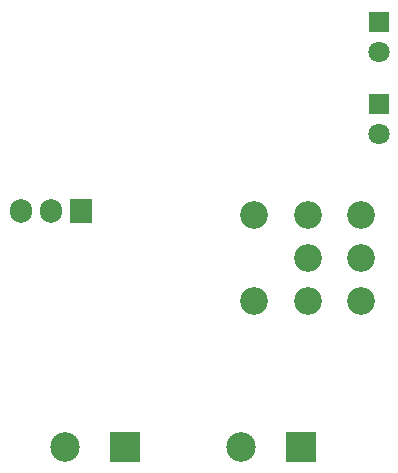
<source format=gbr>
%TF.GenerationSoftware,KiCad,Pcbnew,(6.0.2)*%
%TF.CreationDate,2022-07-31T15:55:41+03:00*%
%TF.ProjectId,NE555_PWM_Driver,4e453535-355f-4505-974d-5f4472697665,rev?*%
%TF.SameCoordinates,Original*%
%TF.FileFunction,Soldermask,Bot*%
%TF.FilePolarity,Negative*%
%FSLAX46Y46*%
G04 Gerber Fmt 4.6, Leading zero omitted, Abs format (unit mm)*
G04 Created by KiCad (PCBNEW (6.0.2)) date 2022-07-31 15:55:41*
%MOMM*%
%LPD*%
G01*
G04 APERTURE LIST*
%ADD10R,2.500000X2.500000*%
%ADD11C,2.500000*%
%ADD12R,1.800000X1.800000*%
%ADD13C,1.800000*%
%ADD14R,1.905000X2.000000*%
%ADD15O,1.905000X2.000000*%
%ADD16C,2.340000*%
G04 APERTURE END LIST*
D10*
%TO.C,J1*%
X187455000Y-120000000D03*
D11*
X182375000Y-120000000D03*
%TD*%
D12*
%TO.C,D4*%
X194000000Y-91000000D03*
D13*
X194000000Y-93540000D03*
%TD*%
D12*
%TO.C,D3*%
X194000000Y-84000000D03*
D13*
X194000000Y-86540000D03*
%TD*%
D14*
%TO.C,Q1*%
X168790000Y-100055000D03*
D15*
X166250000Y-100055000D03*
X163710000Y-100055000D03*
%TD*%
D16*
%TO.C,R1*%
X192500000Y-107600000D03*
X192500000Y-104000000D03*
X192500000Y-100400000D03*
X188000000Y-107600000D03*
X188000000Y-104000000D03*
X188000000Y-100400000D03*
X183500000Y-107600000D03*
X183500000Y-100400000D03*
%TD*%
D10*
%TO.C,J2*%
X172545000Y-120000000D03*
D11*
X167465000Y-120000000D03*
%TD*%
M02*

</source>
